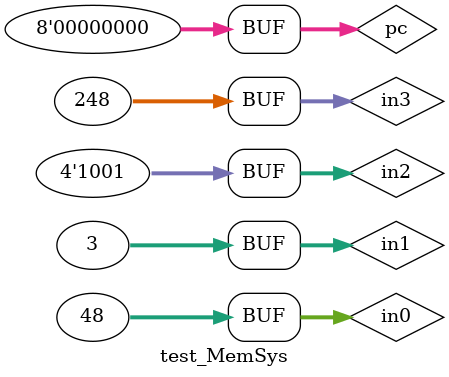
<source format=v>
module test_MemSys;
	reg [31:0] in0, in1, in3;//src1,src2,ramin
	reg [3:0] in2;//opcode
	wire rw;//ram rw flag
	wire [31:0] ramout;
	// MUXAddressBus
	reg [7:0] pc;
	wire [15:0] addbus;
	// MUXLDRBus
	reg[31:0] alu;

	initial
	begin
	#0  in0=32'b11; in1=32'b100001; in2=4'b1010;in3=32'b1000; pc=8'b0;
	#10 in0=32'b110; in1=32'b10001; in2=4'b1010;in3=32'b11000; pc=8'b0;
	#10 in0=32'b1100; in1=32'b1001; in2=4'b1001;in3=32'b111000; pc=8'b0;
	#10 in0=32'b11000; in1=32'b101; in2=4'b1000;in3=32'b1111000; pc=8'b0;
	#10 in0=32'b110000; in1=32'b11; in2=4'b1001;in3=32'b11111000; pc=8'b0;
	end

	initial
	begin
	$monitor($time," src1=%b, src2=%b, opcode=%b, ram data in=%b, RW flag=%b, ram data out=%b, pc instr=%b, address out=%b, ALU result=%b",in0,in1,in2,in3,rw,ramout, pc, addbus, alu);
	end

	MemoryControlSystem mem(rw, in2, in0, in1, in3, ramout, pc, addbus, alu);

endmodule

</source>
